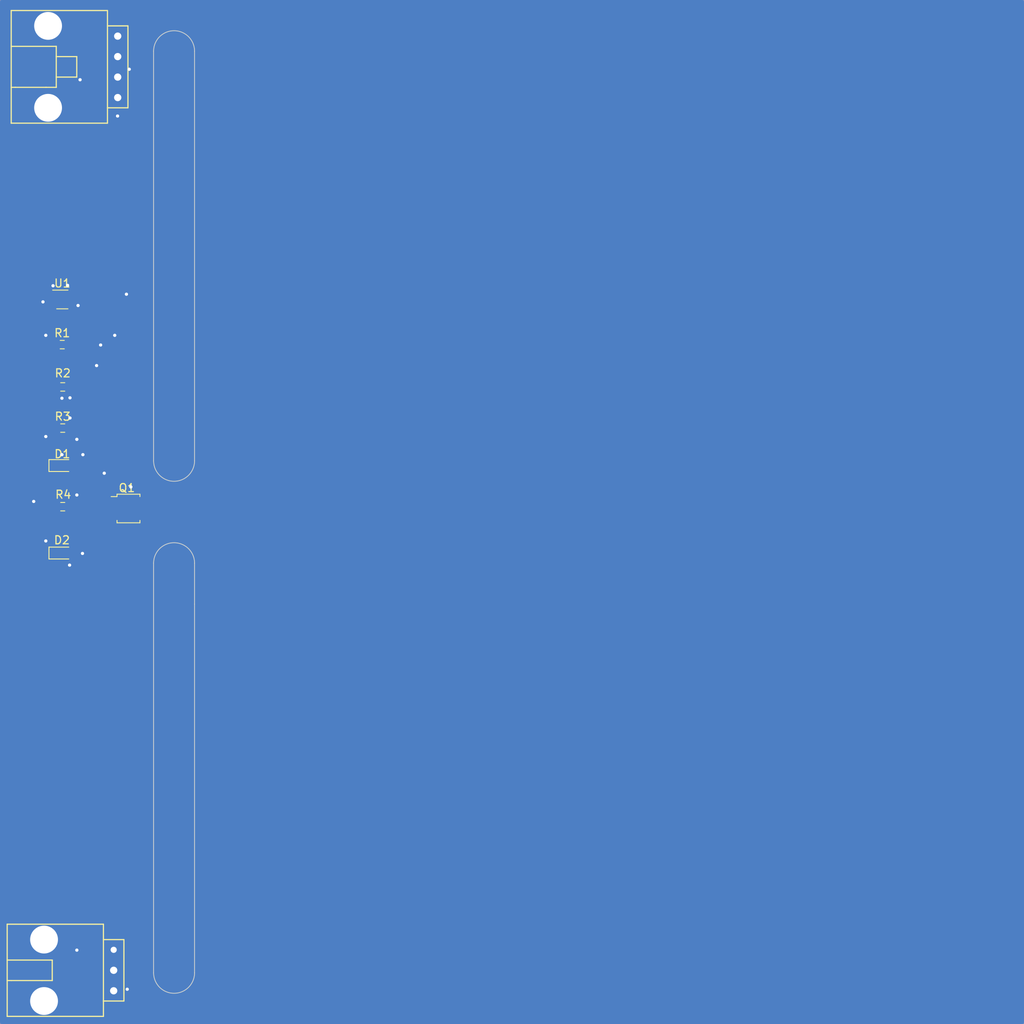
<source format=kicad_pcb>
(kicad_pcb (version 20221018) (generator pcbnew)
  (layers (0 "F.Cu" signal) (31 "B.Cu" signal) (34 "B.Paste" user) (35 "F.Paste" user) (36 "B.SilkS" user "B.Silkscreen") (37 "F.SilkS" user "F.Silkscreen") (38 "B.Mask" user) (39 "F.Mask" user) (44 "Edge.Cuts" user))
  (net 0 "")
  (net 1 "+3.3V")
  (net 2 "GND")
  (net 3 "+12V")
  (net 4 "Net-(D1-K)")
  (net 5 "Net-(D2-K)")
  (net 6 "Gate_Driving_Pin")
  (net 7 "/Heater_Trace")
  (net 8 "Temp_Sense")
  (footprint "MRDT_Connectors:MOLEX_SL_03_Horizontal" (layer "F.Cu") (at 85.219 133.04 90)
    (fp_text reference "Conn1" hide)
    (fp_text value "Molex_SL_03")
    (fp_line (start -3.175 -1.27) (end -3.175 -13.208) (stroke (width 0.15)) (layer "F.SilkS"))
    (fp_line (start -1.27 -1.27) (end -3.175 -1.27) (stroke (width 0.15)) (layer "F.SilkS"))
    (fp_line (start -1.27 1.27) (end -1.27 -1.27) (stroke (width 0.15)) (layer "F.SilkS"))
    (fp_line (start 1.27 -13.208) (end 1.27 -12.7) (stroke (width 0.15)) (layer "F.SilkS"))
    (fp_line (start 1.27 -8.89) (end 1.27 -12.7) (stroke (width 0.15)) (layer "F.SilkS"))
    (fp_line (start 1.27 -8.89) (end 1.27 -7.62) (stroke (width 0.15)) (layer "F.SilkS"))
    (fp_line (start 3.81 -13.208) (end 3.81 -7.62) (stroke (width 0.15)) (layer "F.SilkS"))
    (fp_line (start 3.81 -7.62) (end 1.27 -7.62) (stroke (width 0.15)) (layer "F.SilkS"))
    (fp_line (start 6.35 -1.27) (end 6.35 1.27) (stroke (width 0.15)) (layer "F.SilkS"))
    (fp_line (start 6.35 1.27) (end -1.27 1.27) (stroke (width 0.15)) (layer "F.SilkS"))
    (fp_line (start 8.255 -13.208) (end -3.175 -13.208) (stroke (width 0.15)) (layer "F.SilkS"))
    (fp_line (start 8.255 -1.27) (end -1.27 -1.27) (stroke (width 0.15)) (layer "F.SilkS"))
    (fp_line (start 8.255 -1.27) (end 8.255 -13.208) (stroke (width 0.15)) (layer "F.SilkS"))
    (pad "" np_thru_hole circle (at -1.27 -8.636 90) (size 3.45 3.45) (drill 3.45) (layers "*.Cu" "*.Mask"))
    (pad "" np_thru_hole circle (at 6.35 -8.636 90) (size 3.45 3.45) (drill 3.45) (layers "*.Cu" "*.Mask"))
    (pad "1" thru_hole circle (at 0 0 90) (size 1.524 1.524) (drill 0.9) (layers "*.Cu" "*.Mask") (net 1 "+3.3V"))
    (pad "2" thru_hole circle (at 2.54 0 90) (size 1.524 1.524) (drill 0.9) (layers "*.Cu" "*.Mask") (net 3 "+12V"))
    (pad "3" thru_hole circle (at 5.08 0 90) (size 1.524 1.524) (drill 0.762) (layers "*.Cu" "*.Mask") (net 3 "+12V"))
  )
  (footprint "Resistor_SMD:R_0603_1608Metric_Pad0.98x0.95mm_HandSolder" (layer "F.Cu") (at 78.8375 52.9)
    (fp_text reference "R1" (at 0 -1.43) (layer "F.SilkS"))
    (fp_text value "2")
    (fp_line (start -0.254724 -0.5225) (end 0.254724 -0.5225) (stroke (width 0.12)) (layer "F.SilkS"))
    (fp_line (start -0.254724 0.5225) (end 0.254724 0.5225) (stroke (width 0.12)) (layer "F.SilkS"))
    (pad "1" smd roundrect (at -0.9125 0) (size 0.975 0.95) (layers "F.Cu" "F.Paste" "F.Mask") (net 3 "+12V"))
    (pad "2" smd roundrect (at 0.9125 0) (size 0.975 0.95) (layers "F.Cu" "F.Paste" "F.Mask") (net 7 "/Heater_Trace"))
  )
  (footprint "Package_TO_SOT_SMD:LFPAK33" (layer "F.Cu") (at 86.855 73.226)
    (fp_text reference "Q1" (at 0 -2.55) (layer "F.SilkS"))
    (fp_text value "BUK7M6R3-40EX")
    (fp_line (start -1.95 -1.475) (end -1.22 -1.475) (stroke (width 0.12)) (layer "F.SilkS"))
    (fp_line (start -1.22 -1.77) (end -1.22 -1.475) (stroke (width 0.12)) (layer "F.SilkS"))
    (fp_line (start -1.22 1.475) (end -1.22 1.77) (stroke (width 0.12)) (layer "F.SilkS"))
    (fp_line (start -1.22 1.77) (end 1.62 1.77) (stroke (width 0.12)) (layer "F.SilkS"))
    (fp_line (start 1.62 -1.77) (end -1.22 -1.77) (stroke (width 0.12)) (layer "F.SilkS"))
    (fp_line (start 1.62 -1.475) (end 1.62 -1.77) (stroke (width 0.12)) (layer "F.SilkS"))
    (fp_line (start 1.62 1.77) (end 1.62 1.475) (stroke (width 0.12)) (layer "F.SilkS"))
    (pad "1" smd rect (at -1.535 -0.975) (size 0.83 0.4) (layers "F.Cu" "F.Mask") (net 2 "GND"))
    (pad "2" smd rect (at -1.535 -0.325) (size 0.83 0.4) (layers "F.Cu" "F.Mask") (net 2 "GND"))
    (pad "3" smd rect (at -1.535 0.325) (size 0.83 0.4) (layers "F.Cu" "F.Mask") (net 2 "GND"))
    (pad "4" smd rect (at -1.535 0.975) (size 0.83 0.4) (layers "F.Cu" "F.Mask") (net 6 "Gate_Driving_Pin"))
    (pad "5" smd custom (at 0.405 0) (size 1.85 2.25) (layers "F.Cu" "F.Mask") (net 7 "/Heater_Trace") (options (clearance outline) (anchor rect)) (primitives (gr_poly (pts (xy 1.545 -0.775) (xy 0.925 -0.775) (xy 0.925 -1.175) (xy 1.545 -1.175)) (width 0) (fill yes)) (gr_poly (pts (xy 1.545 -0.125) (xy 0.925 -0.125) (xy 0.925 -0.525) (xy 1.545 -0.525)) (width 0) (fill yes)) (gr_poly (pts (xy 1.545 0.525) (xy 0.925 0.525) (xy 0.925 0.125) (xy 1.545 0.125)) (width 0) (fill yes)) (gr_poly (pts (xy 1.545 1.175) (xy 0.925 1.175) (xy 0.925 0.775) (xy 1.545 0.775)) (width 0) (fill yes))))
  )
  (footprint "Resistor_SMD:R_0603_1608Metric_Pad0.98x0.95mm_HandSolder" (layer "F.Cu") (at 78.9 58.15)
    (fp_text reference "R2" (at 0 -1.7) (layer "F.SilkS"))
    (fp_text value "300")
    (fp_line (start -0.254724 -0.5225) (end 0.254724 -0.5225) (stroke (width 0.12)) (layer "F.SilkS"))
    (fp_line (start -0.254724 0.5225) (end 0.254724 0.5225) (stroke (width 0.12)) (layer "F.SilkS"))
    (pad "1" smd roundrect (at -0.9125 0) (size 0.975 0.95) (layers "F.Cu" "F.Paste" "F.Mask") (net 4 "Net-(D1-K)"))
    (pad "2" smd roundrect (at 0.9125 0) (size 0.975 0.95) (layers "F.Cu" "F.Paste" "F.Mask") (net 2 "GND"))
  )
  (footprint "Resistor_SMD:R_0603_1608Metric_Pad0.98x0.95mm_HandSolder" (layer "F.Cu") (at 78.9 73)
    (fp_text reference "R4" (at 0.0625 -1.5) (layer "F.SilkS"))
    (fp_text value "4.7k")
    (fp_line (start -0.254724 -0.5225) (end 0.254724 -0.5225) (stroke (width 0.12)) (layer "F.SilkS"))
    (fp_line (start -0.254724 0.5225) (end 0.254724 0.5225) (stroke (width 0.12)) (layer "F.SilkS"))
    (pad "1" smd roundrect (at -0.9125 0) (size 0.975 0.95) (layers "F.Cu" "F.Paste" "F.Mask") (net 6 "Gate_Driving_Pin"))
    (pad "2" smd roundrect (at 0.9125 0) (size 0.975 0.95) (layers "F.Cu" "F.Paste" "F.Mask") (net 2 "GND"))
  )
  (footprint "LED_SMD:LED_0603_1608Metric_Pad1.05x0.95mm_HandSolder" (layer "F.Cu") (at 78.85 67.9)
    (fp_text reference "D1" (at 0 -1.43) (layer "F.SilkS"))
    (fp_text value "Green")
    (fp_line (start -1.66 -0.735) (end -1.66 0.735) (stroke (width 0.12)) (layer "F.SilkS"))
    (fp_line (start -1.66 0.735) (end 0.8 0.735) (stroke (width 0.12)) (layer "F.SilkS"))
    (fp_line (start 0.8 -0.735) (end -1.66 -0.735) (stroke (width 0.12)) (layer "F.SilkS"))
    (pad "1" smd roundrect (at -0.875 0) (size 1.05 0.95) (layers "F.Cu" "F.Paste" "F.Mask") (net 4 "Net-(D1-K)"))
    (pad "2" smd roundrect (at 0.875 0) (size 1.05 0.95) (layers "F.Cu" "F.Paste" "F.Mask") (net 1 "+3.3V"))
  )
  (footprint "Resistor_SMD:R_0603_1608Metric_Pad0.98x0.95mm_HandSolder" (layer "F.Cu") (at 78.9 63.25)
    (fp_text reference "R3" (at 0 -1.43) (layer "F.SilkS"))
    (fp_text value "1k")
    (fp_line (start -0.254724 -0.5225) (end 0.254724 -0.5225) (stroke (width 0.12)) (layer "F.SilkS"))
    (fp_line (start -0.254724 0.5225) (end 0.254724 0.5225) (stroke (width 0.12)) (layer "F.SilkS"))
    (pad "1" smd roundrect (at -0.9125 0) (size 0.975 0.95) (layers "F.Cu" "F.Paste" "F.Mask") (net 5 "Net-(D2-K)"))
    (pad "2" smd roundrect (at 0.9125 0) (size 0.975 0.95) (layers "F.Cu" "F.Paste" "F.Mask") (net 2 "GND"))
  )
  (footprint "LED_SMD:LED_0603_1608Metric_Pad1.05x0.95mm_HandSolder" (layer "F.Cu") (at 78.85 78.75)
    (fp_text reference "D2" (at -0.05 -1.6) (layer "F.SilkS"))
    (fp_text value "Green")
    (fp_line (start -1.66 -0.735) (end -1.66 0.735) (stroke (width 0.12)) (layer "F.SilkS"))
    (fp_line (start -1.66 0.735) (end 0.8 0.735) (stroke (width 0.12)) (layer "F.SilkS"))
    (fp_line (start 0.8 -0.735) (end -1.66 -0.735) (stroke (width 0.12)) (layer "F.SilkS"))
    (pad "1" smd roundrect (at -0.875 0) (size 1.05 0.95) (layers "F.Cu" "F.Paste" "F.Mask") (net 5 "Net-(D2-K)"))
    (pad "2" smd roundrect (at 0.875 0) (size 1.05 0.95) (layers "F.Cu" "F.Paste" "F.Mask") (net 3 "+12V"))
  )
  (footprint "Package_TO_SOT_SMD:SOT-353_SC-70-5" (layer "F.Cu") (at 78.85 47.3)
    (fp_text reference "U1" (at 0 -2) (layer "F.SilkS"))
    (fp_text value "LMT85DCK")
    (fp_line (start -0.7 1.16) (end 0.7 1.16) (stroke (width 0.12)) (layer "F.SilkS"))
    (fp_line (start 0.7 -1.16) (end -1.2 -1.16) (stroke (width 0.12)) (layer "F.SilkS"))
    (pad "1" smd rect (at -0.95 -0.65) (size 0.65 0.4) (layers "F.Cu" "F.Paste" "F.Mask") (net 1 "+3.3V"))
    (pad "2" smd rect (at -0.95 0) (size 0.65 0.4) (layers "F.Cu" "F.Paste" "F.Mask") (net 2 "GND"))
    (pad "3" smd rect (at -0.95 0.65) (size 0.65 0.4) (layers "F.Cu" "F.Paste" "F.Mask") (net 8 "Temp_Sense"))
    (pad "4" smd rect (at 0.95 0.65) (size 0.65 0.4) (layers "F.Cu" "F.Paste" "F.Mask") (net 1 "+3.3V"))
    (pad "5" smd rect (at 0.95 -0.65) (size 0.65 0.4) (layers "F.Cu" "F.Paste" "F.Mask") (net 2 "GND"))
  )
  (footprint "MRDT_Connectors:MOLEX_SL_04_Horizontal" (layer "F.Cu") (at 85.719 22.26 90)
    (fp_text reference "Conn2" hide)
    (fp_text value "Molex_SL_04")
    (fp_line (start -3.175 -13.208) (end 10.795 -13.208) (stroke (width 0.15)) (layer "F.SilkS"))
    (fp_line (start -3.175 -1.27) (end -3.175 -13.208) (stroke (width 0.15)) (layer "F.SilkS"))
    (fp_line (start -1.27 -1.27) (end -3.175 -1.27) (stroke (width 0.15)) (layer "F.SilkS"))
    (fp_line (start -1.27 -1.27) (end 10.795 -1.27) (stroke (width 0.15)) (layer "F.SilkS"))
    (fp_line (start -1.27 1.27) (end -1.27 -1.27) (stroke (width 0.15)) (layer "F.SilkS"))
    (fp_line (start 1.27 -13.208) (end 1.27 -12.7) (stroke (width 0.15)) (layer "F.SilkS"))
    (fp_line (start 1.27 -8.89) (end 1.27 -12.7) (stroke (width 0.15)) (layer "F.SilkS"))
    (fp_line (start 1.27 -8.89) (end 1.27 -7.62) (stroke (width 0.15)) (layer "F.SilkS"))
    (fp_line (start 1.27 -7.62) (end 6.35 -7.62) (stroke (width 0.15)) (layer "F.SilkS"))
    (fp_line (start 2.54 -7.62) (end 2.54 -5.08) (stroke (width 0.15)) (layer "F.SilkS"))
    (fp_line (start 5.08 -7.62) (end 5.08 -5.08) (stroke (width 0.15)) (layer "F.SilkS"))
    (fp_line (start 5.08 -5.08) (end 2.54 -5.08) (stroke (width 0.15)) (layer "F.SilkS"))
    (fp_line (start 6.35 -13.208) (end 6.35 -7.62) (stroke (width 0.15)) (layer "F.SilkS"))
    (fp_line (start 8.89 -1.27) (end 8.89 1.27) (stroke (width 0.15)) (layer "F.SilkS"))
    (fp_line (start 8.89 1.27) (end -1.27 1.27) (stroke (width 0.15)) (layer "F.SilkS"))
    (fp_line (start 10.795 -1.27) (end 10.795 -13.208) (stroke (width 0.15)) (layer "F.SilkS"))
    (pad "" np_thru_hole circle (at -1.27 -8.636 90) (size 3.45 3.45) (drill 3.45) (layers "*.Cu" "*.Mask"))
    (pad "" np_thru_hole circle (at 8.89 -8.636 90) (size 3.45 3.45) (drill 3.45) (layers "*.Cu" "*.Mask"))
    (pad "1" thru_hole circle (at 0 0 90) (size 1.524 1.524) (drill 0.9) (layers "*.Cu" "*.Mask") (net 6 "Gate_Driving_Pin"))
    (pad "2" thru_hole circle (at 2.54 0 90) (size 1.524 1.524) (drill 0.9) (layers "*.Cu" "*.Mask") (net 8 "Temp_Sense"))
    (pad "3" thru_hole circle (at 5.08 0 90) (size 1.524 1.524) (drill 0.9) (layers "*.Cu" "*.Mask") (net 2 "GND"))
    (pad "4" thru_hole circle (at 7.62 0 90) (size 1.524 1.524) (drill 0.9) (layers "*.Cu" "*.Mask") (net 2 "GND"))
  )
  (gr_arc (start 90.17 80.01) (mid 92.71 77.47) (end 95.25 80.01) (stroke (width 0.1)) (layer "Edge.Cuts"))
  (gr_line (start 95.25 80.01) (end 95.25 85.09) (stroke (width 0.1)) (layer "Edge.Cuts"))
  (gr_arc (start 95.25 130.81) (mid 92.71 133.35) (end 90.17 130.81) (stroke (width 0.1)) (layer "Edge.Cuts"))
  (gr_line (start 90.17 130.81) (end 90.17 80.01) (stroke (width 0.1)) (layer "Edge.Cuts"))
  (gr_arc (start 95.25 67.31) (mid 92.71 69.85) (end 90.17 67.31) (stroke (width 0.1)) (layer "Edge.Cuts"))
  (gr_line (start 95.25 16.51) (end 95.25 67.31) (stroke (width 0.1)) (layer "Edge.Cuts"))
  (gr_line (start 90.17 16.51) (end 90.17 67.31) (stroke (width 0.1)) (layer "Edge.Cuts"))
  (gr_line (start 95.25 85.09) (end 95.25 130.81) (stroke (width 0.1)) (layer "Edge.Cuts"))
  (gr_arc (start 90.17 16.51) (mid 92.71 13.97) (end 95.25 16.51) (stroke (width 0.1)) (layer "Edge.Cuts"))
  (segment (start 75.775 47.320405) (end 75.775 48.175) (width 0.15) (layer "F.Cu") (net 1))
  (segment (start 83.1 67.9) (end 79.725 67.9) (width 0.15) (layer "F.Cu") (net 1))
  (segment (start 76.445405 46.65) (end 75.775 47.320405) (width 0.15) (layer "F.Cu") (net 1))
  (segment (start 81.4 67.15) (end 81.15 67.4) (width 0.15) (layer "F.Cu") (net 1))
  (segment (start 79.8 47.95) (end 80.7 47.95) (width 0.15) (layer "F.Cu") (net 1))
  (segment (start 81.15 67.4) (end 80.225 67.4) (width 0.15) (layer "F.Cu") (net 1))
  (segment (start 75.775 48.175) (end 76.025 48.425) (width 0.15) (layer "F.Cu") (net 1))
  (segment (start 80.7 47.95) (end 80.8 48.05) (width 0.15) (layer "F.Cu") (net 1))
  (segment (start 84.05 68.85) (end 83.1 67.9) (width 0.15) (layer "F.Cu") (net 1))
  (segment (start 80.225 67.4) (end 79.725 67.9) (width 0.15) (layer "F.Cu") (net 1))
  (segment (start 85.219 133.04) (end 86.71 133.04) (width 0.15) (layer "F.Cu") (net 1))
  (segment (start 81.4 66.55) (end 81.4 67.15) (width 0.15) (layer "F.Cu") (net 1))
  (segment (start 86.71 133.04) (end 86.9 132.85) (width 0.15) (layer "F.Cu") (net 1))
  (segment (start 77.9 46.65) (end 76.445405 46.65) (width 0.15) (layer "F.Cu") (net 1))
  (segment (start 79.325 48.425) (end 79.8 47.95) (width 0.15) (layer "F.Cu") (net 1))
  (segment (start 76.025 48.425) (end 79.325 48.425) (width 0.15) (layer "F.Cu") (net 1))
  (via (at 86.9 132.85) (size 0.8) (drill 0.4) (layers "F.Cu" "B.Cu") (net 1))
  (via (at 84.05 68.85) (size 0.8) (drill 0.4) (layers "F.Cu" "B.Cu") (net 1))
  (via (at 80.8 48.05) (size 0.8) (drill 0.4) (layers "F.Cu" "B.Cu") (net 1))
  (via (at 81.4 66.55) (size 0.8) (drill 0.4) (layers "F.Cu" "B.Cu") (net 1))
  (segment (start 84.05 75.15) (end 84.05 68.85) (width 0.15) (layer "B.Cu") (net 1))
  (segment (start 84.45 75.55) (end 84.05 75.15) (width 0.15) (layer "B.Cu") (net 1))
  (segment (start 81.4 48.65) (end 81.4 66.55) (width 0.15) (layer "B.Cu") (net 1))
  (segment (start 84.55 75.55) (end 84.45 75.55) (width 0.15) (layer "B.Cu") (net 1))
  (segment (start 86.35 75.9) (end 86 75.55) (width 0.15) (layer "B.Cu") (net 1))
  (segment (start 86 75.55) (end 84.55 75.55) (width 0.15) (layer "B.Cu") (net 1))
  (segment (start 86.9 132.85) (end 86.9 76.45) (width 0.15) (layer "B.Cu") (net 1))
  (segment (start 86.9 76.45) (end 86.35 75.9) (width 0.15) (layer "B.Cu") (net 1))
  (segment (start 80.8 48.05) (end 81.4 48.65) (width 0.15) (layer "B.Cu") (net 1))
  (segment (start 79.9115 72.901) (end 85.32 72.901) (width 0.254) (layer "F.Cu") (net 2))
  (segment (start 79.8 62) (end 79.8 63.2375) (width 0.254) (layer "F.Cu") (net 2))
  (segment (start 79.8125 73) (end 79.8125 72.3875) (width 0.254) (layer "F.Cu") (net 2))
  (segment (start 85.719 14.64) (end 85.719 17.18) (width 0.254) (layer "F.Cu") (net 2))
  (segment (start 79.8125 59.4875) (end 79.8 59.5) (width 0.254) (layer "F.Cu") (net 2))
  (segment (start 79.8125 58.15) (end 79.8125 59.4875) (width 0.254) (layer "F.Cu") (net 2))
  (segment (start 79.8 46.65) (end 79.15 47.3) (width 0.254) (layer "F.Cu") (net 2))
  (segment (start 79.15 47.3) (end 77.9 47.3) (width 0.254) (layer "F.Cu") (net 2))
  (segment (start 86.8 46.65) (end 79.8 46.65) (width 0.254) (layer "F.Cu") (net 2))
  (segment (start 85.719 17.319) (end 87.15 18.75) (width 0.254) (layer "F.Cu") (net 2))
  (segment (start 80.65 64.0875) (end 79.8125 63.25) (width 0.254) (layer "F.Cu") (net 2))
  (segment (start 79.8 63.2375) (end 79.8125 63.25) (width 0.254) (layer "F.Cu") (net 2))
  (segment (start 85.719 17.18) (end 85.719 17.319) (width 0.254) (layer "F.Cu") (net 2))
  (segment (start 85.32 72.251) (end 85.32 72.901) (width 0.254) (layer "F.Cu") (net 2))
  (segment (start 79.8125 72.3875) (end 80.65 71.55) (width 0.254) (layer "F.Cu") (net 2))
  (segment (start 85.32 73.551) (end 85.32 72.901) (width 0.254) (layer "F.Cu") (net 2))
  (segment (start 80.65 64.65) (end 80.65 64.0875) (width 0.254) (layer "F.Cu") (net 2))
  (segment (start 79.8125 73) (end 79.9115 72.901) (width 0.254) (layer "F.Cu") (net 2))
  (via (at 87.15 18.75) (size 0.8) (drill 0.4) (layers "F.Cu" "B.Cu") (net 2))
  (via (at 86.8 46.65) (size 0.8) (drill 0.4) (layers "F.Cu" "B.Cu") (net 2))
  (via (at 80.65 71.55) (size 0.8) (drill 0.4) (layers "F.Cu" "B.Cu") (net 2))
  (via (at 79.8 59.5) (size 0.8) (drill 0.4) (layers "F.Cu" "B.Cu") (net 2))
  (via (at 79.8 62) (size 0.8) (drill 0.4) (layers "F.Cu" "B.Cu") (net 2))
  (via (at 80.65 64.65) (size 0.8) (drill 0.4) (layers "F.Cu" "B.Cu") (net 2))
  (segment (start 79.8 59.5) (end 79.8 62) (width 0.254) (layer "B.Cu") (net 2))
  (segment (start 87.15 18.75) (end 87.15 46.3) (width 0.254) (layer "B.Cu") (net 2))
  (segment (start 80.65 71.55) (end 80.65 64.65) (width 0.254) (layer "B.Cu") (net 2))
  (segment (start 87.15 46.3) (end 86.8 46.65) (width 0.254) (layer "B.Cu") (net 2))
  (segment (start 81.6 54) (end 79.025 54) (width 0.5) (layer "F.Cu") (net 3))
  (segment (start 79.725 80.225) (end 79.75 80.25) (width 0.5) (layer "F.Cu") (net 3))
  (segment (start 79.725 78.75) (end 81.3 78.75) (width 0.5) (layer "F.Cu") (net 3))
  (segment (start 85.219 130.5) (end 85.219 127.96) (width 0.5) (layer "F.Cu") (net 3))
  (segment (start 83.1 55.5) (end 81.6 54) (width 0.5) (layer "F.Cu") (net 3))
  (segment (start 79.025 54) (end 77.925 52.9) (width 0.5) (layer "F.Cu") (net 3))
  (segment (start 79.725 78.75) (end 79.725 80.225) (width 0.5) (layer "F.Cu") (net 3))
  (segment (start 80.65 128) (end 85.179 128) (width 0.5) (layer "F.Cu") (net 3))
  (segment (start 85.179 128) (end 85.219 127.96) (width 0.5) (layer "F.Cu") (net 3))
  (segment (start 81.3 78.75) (end 81.35 78.8) (width 0.5) (layer "F.Cu") (net 3))
  (via (at 81.35 78.8) (size 0.8) (drill 0.4) (layers "F.Cu" "B.Cu") (net 3))
  (via (at 83.1 55.5) (size 0.8) (drill 0.4) (layers "F.Cu" "B.Cu") (net 3))
  (via (at 79.75 80.25) (size 0.8) (drill 0.4) (layers "F.Cu" "B.Cu") (net 3))
  (via (at 80.65 128) (size 0.8) (drill 0.4) (layers "F.Cu" "B.Cu") (net 3))
  (segment (start 79.75 127.1) (end 80.65 128) (width 0.5) (layer "B.Cu") (net 3))
  (segment (start 81.35 78.8) (end 83.1 77.05) (width 0.5) (layer "B.Cu") (net 3))
  (segment (start 83.1 77.05) (end 83.1 55.5) (width 0.5) (layer "B.Cu") (net 3))
  (segment (start 79.75 80.25) (end 79.75 127.1) (width 0.5) (layer "B.Cu") (net 3))
  (segment (start 77.975 67.9) (end 77.975 67.375) (width 0.254) (layer "F.Cu") (net 4))
  (segment (start 77.975 67.375) (end 78.8 66.55) (width 0.254) (layer "F.Cu") (net 4))
  (segment (start 78.8 58.9625) (end 77.9875 58.15) (width 0.254) (layer "F.Cu") (net 4))
  (segment (start 78.8 59.55) (end 78.8 58.9625) (width 0.254) (layer "F.Cu") (net 4))
  (via (at 78.8 66.55) (size 0.8) (drill 0.4) (layers "F.Cu" "B.Cu") (net 4))
  (via (at 78.8 59.55) (size 0.8) (drill 0.4) (layers "F.Cu" "B.Cu") (net 4))
  (segment (start 78.8 66.55) (end 78.8 59.55) (width 0.254) (layer "B.Cu") (net 4))
  (segment (start 77.975 78.425) (end 76.8 77.25) (width 0.254) (layer "F.Cu") (net 5))
  (segment (start 76.9375 64.3) (end 77.9875 63.25) (width 0.254) (layer "F.Cu") (net 5))
  (segment (start 77.975 78.75) (end 77.975 78.425) (width 0.254) (layer "F.Cu") (net 5))
  (segment (start 76.8 64.3) (end 76.9375 64.3) (width 0.254) (layer "F.Cu") (net 5))
  (via (at 76.8 64.3) (size 0.8) (drill 0.4) (layers "F.Cu" "B.Cu") (net 5))
  (via (at 76.8 77.25) (size 0.8) (drill 0.4) (layers "F.Cu" "B.Cu") (net 5))
  (segment (start 76.8 77.25) (end 76.8 64.3) (width 0.254) (layer "B.Cu") (net 5))
  (segment (start 75.3 72.35) (end 75.95 73) (width 0.25) (layer "F.Cu") (net 6))
  (segment (start 85.35 51.75) (end 77.792005 51.75) (width 0.25) (layer "F.Cu") (net 6))
  (segment (start 77.9875 73) (end 79.1885 74.201) (width 0.254) (layer "F.Cu") (net 6))
  (segment (start 79.1885 74.201) (end 85.32 74.201) (width 0.254) (layer "F.Cu") (net 6))
  (segment (start 75.95 73) (end 77.9875 73) (width 0.25) (layer "F.Cu") (net 6))
  (segment (start 77.792005 51.75) (end 76.8 51.75) (width 0.25) (layer "F.Cu") (net 6))
  (segment (start 85.719 22.26) (end 85.719 24.531) (width 0.25) (layer "F.Cu") (net 6))
  (segment (start 85.719 24.531) (end 85.7 24.55) (width 0.25) (layer "F.Cu") (net 6))
  (via (at 85.35 51.75) (size 0.8) (drill 0.4) (layers "F.Cu" "B.Cu") (net 6))
  (via (at 85.7 24.55) (size 0.8) (drill 0.4) (layers "F.Cu" "B.Cu") (net 6))
  (via (at 75.3 72.35) (size 0.8) (drill 0.4) (layers "F.Cu" "B.Cu") (net 6))
  (via (at 76.8 51.75) (size 0.8) (drill 0.4) (layers "F.Cu" "B.Cu") (net 6))
  (segment (start 76.8 51.75) (end 75.3 53.25) (width 0.25) (layer "B.Cu") (net 6))
  (segment (start 85.7 24.55) (end 85.7 51.4) (width 0.25) (layer "B.Cu") (net 6))
  (segment (start 75.3 53.25) (end 75.3 72.35) (width 0.25) (layer "B.Cu") (net 6))
  (segment (start 85.7 51.4) (end 85.35 51.75) (width 0.25) (layer "B.Cu") (net 6))
  (segment (start 102.8 40.1) (end 102.8 47.35) (width 0.5) (layer "F.Cu") (net 7))
  (segment (start 104.35 110.55) (end 103.1 111.8) (width 0.5) (layer "F.Cu") (net 7))
  (segment (start 193.55 84.7) (end 193.55 91.95) (width 0.5) (layer "F.Cu") (net 7))
  (segment (start 193.5 39.1) (end 103.8 39.1) (width 0.5) (layer "F.Cu") (net 7))
  (segment (start 102.6 134.7) (end 104 136.1) (width 0.5) (layer "F.Cu") (net 7))
  (segment (start 103.1 111.8) (end 103.1 118.4) (width 0.5) (layer "F.Cu") (net 7))
  (segment (start 192 127.75) (end 103.8 127.75) (width 0.5) (layer "F.Cu") (net 7))
  (segment (start 103.8 101.6) (end 192.05 101.6) (width 0.5) (layer "F.Cu") (net 7))
  (segment (start 97.474 73.226) (end 99.9 70.8) (width 0.5) (layer "F.Cu") (net 7))
  (segment (start 103.1 118.4) (end 104.2 119.5) (width 0.5) (layer "F.Cu") (net 7))
  (segment (start 103.4 22.3) (end 103.4 29.35) (width 0.5) (layer "F.Cu") (net 7))
  (segment (start 102.6 94) (end 102.6 100.4) (width 0.5) (layer "F.Cu") (net 7))
  (segment (start 103.8 57) (end 102.9 57.9) (width 0.5) (layer "F.Cu") (net 7))
  (segment (start 193.35 65.9) (end 193.7 66.25) (width 0.5) (layer "F.Cu") (net 7))
  (segment (start 103.4 29.35) (end 104.25 30.2) (width 0.5) (layer "F.Cu") (net 7))
  (segment (start 193.3 57) (end 103.8 57) (width 0.5) (layer "F.Cu") (net 7))
  (segment (start 102.9 57.9) (end 102.9 65.15) (width 0.5) (layer "F.Cu") (net 7))
  (segment (start 192.05 101.6) (end 193.4 102.95) (width 0.5) (layer "F.Cu") (net 7))
  (segment (start 103.8 39.1) (end 102.8 40.1) (width 0.5) (layer "F.Cu") (net 7))
  (segment (start 194.15 20.7) (end 193.45 21.4) (width 0.5) (layer "F.Cu") (net 7))
  (segment (start 104.3 21.4) (end 103.4 22.3) (width 0.5) (layer "F.Cu") (net 7))
  (segment (start 87.35 73.136) (end 87.26 73.226) (width 0.5) (layer "F.Cu") (net 7))
  (segment (start 87.35 70.55) (end 87.35 73.136) (width 0.5) (layer "F.Cu") (net 7))
  (segment (start 102.9 65.15) (end 103.65 65.9) (width 0.5) (layer "F.Cu") (net 7))
  (segment (start 193.4 109.35) (end 192.2 110.55) (width 0.5) (layer "F.Cu") (net 7))
  (segment (start 193.7 66.25) (end 193.7 74.15) (width 0.5) (layer "F.Cu") (net 7))
  (segment (start 104 136.1) (end 190.15 136.1) (width 0.5) (layer "F.Cu") (net 7))
  (segment (start 193.7 74.15) (end 193.05 74.8) (width 0.5) (layer "F.Cu") (net 7))
  (segment (start 194.05 48.9) (end 194.05 56.25) (width 0.5) (layer "F.Cu") (net 7))
  (segment (start 193.95 38.65) (end 193.5 39.1) (width 0.5) (layer "F.Cu") (net 7))
  (segment (start 102.6 100.4) (end 103.8 101.6) (width 0.5) (layer "F.Cu") (net 7))
  (segment (start 102.6 128.95) (end 102.6 134.7) (width 0.5) (layer "F.Cu") (net 7))
  (segment (start 192.9 92.6) (end 104 92.6) (width 0.5) (layer "F.Cu") (net 7))
  (segment (start 102.9 75.75) (end 102.9 82.65) (width 0.5) (layer "F.Cu") (net 7))
  (segment (start 99.9 14.05) (end 101.4 12.55) (width 0.5) (layer "F.Cu") (net 7))
  (segment (start 102.8 47.35) (end 103.55 48.1) (width 0.5) (layer "F.Cu") (net 7))
  (segment (start 103.8 127.75) (end 102.6 128.95) (width 0.5) (layer "F.Cu") (net 7))
  (segment (start 104.2 119.5) (end 191.95 119.5) (width 0.5) (layer "F.Cu") (net 7))
  (segment (start 193.25 48.1) (end 194.05 48.9) (width 0.5) (layer "F.Cu") (net 7))
  (segment (start 193.45 21.4) (end 104.3 21.4) (width 0.5) (layer "F.Cu") (net 7))
  (segment (start 83.55 52.9) (end 83.6 52.95) (width 0.5) (layer "F.Cu") (net 7))
  (segment (start 193.95 30.5) (end 193.95 38.65) (width 0.5) (layer "F.Cu") (net 7))
  (segment (start 104 92.6) (end 102.6 94) (width 0.5) (layer "F.Cu") (net 7))
  (segment (start 193.4 126.35) (end 192 127.75) (width 0.5) (layer "F.Cu") (net 7))
  (segment (start 87.26 73.226) (end 97.474 73.226) (width 0.5) (layer "F.Cu") (net 7))
  (segment (start 101.4 12.55) (end 193.55 12.55) (width 0.5) (layer "F.Cu") (net 7))
  (segment (start 192.55 83.7) (end 193.55 84.7) (width 0.5) (layer "F.Cu") (net 7))
  (segment (start 193.05 74.8) (end 103.85 74.8) (width 0.5) (layer "F.Cu") (net 7))
  (segment (start 102.9 82.65) (end 103.95 83.7) (width 0.5) (layer "F.Cu") (net 7))
  (segment (start 103.65 65.9) (end 193.35 65.9) (width 0.5) (layer "F.Cu") (net 7))
  (segment (start 193.65 30.2) (end 193.95 30.5) (width 0.5) (layer "F.Cu") (net 7))
  (segment (start 191.95 119.5) (end 193.4 120.95) (width 0.5) (layer "F.Cu") (net 7))
  (segment (start 79.75 52.9) (end 83.55 52.9) (width 0.5) (layer "F.Cu") (net 7))
  (segment (start 103.95 83.7) (end 192.55 83.7) (width 0.5) (layer "F.Cu") (net 7))
  (segment (start 193.55 91.95) (end 192.9 92.6) (width 0.5) (layer "F.Cu") (net 7))
  (segment (start 192.2 110.55) (end 104.35 110.55) (width 0.5) (layer "F.Cu") (net 7))
  (segment (start 104.25 30.2) (end 193.65 30.2) (width 0.5) (layer "F.Cu") (net 7))
  (segment (start 193.4 120.95) (end 193.4 126.35) (width 0.5) (layer "F.Cu") (net 7))
  (segment (start 194.05 56.25) (end 193.3 57) (width 0.5) (layer "F.Cu") (net 7))
  (segment (start 194.15 13.15) (end 194.15 20.7) (width 0.5) (layer "F.Cu") (net 7))
  (segment (start 193.55 12.55) (end 194.15 13.15) (width 0.5) (layer "F.Cu") (net 7))
  (segment (start 103.85 74.8) (end 102.9 75.75) (width 0.5) (layer "F.Cu") (net 7))
  (segment (start 193.4 102.95) (end 193.4 109.35) (width 0.5) (layer "F.Cu") (net 7))
  (segment (start 99.9 70.8) (end 99.9 14.05) (width 0.5) (layer "F.Cu") (net 7))
  (segment (start 103.55 48.1) (end 193.25 48.1) (width 0.5) (layer "F.Cu") (net 7))
  (via (at 83.6 52.95) (size 0.8) (drill 0.4) (layers "F.Cu" "B.Cu") (net 7))
  (via (at 87.35 70.55) (size 0.8) (drill 0.4) (layers "F.Cu" "B.Cu") (net 7))
  (segment (start 87.35 56.55) (end 87.35 70.55) (width 0.5) (layer "B.Cu") (net 7))
  (segment (start 83.6 52.95) (end 83.75 52.95) (width 0.5) (layer "B.Cu") (net 7))
  (segment (start 83.75 52.95) (end 87.35 56.55) (width 0.5) (layer "B.Cu") (net 7))
  (segment (start 85.719 19.72) (end 81.38 19.72) (width 0.15) (layer "F.Cu") (net 8))
  (segment (start 77.75 45.55) (end 77.7 45.6) (width 0.15) (layer "F.Cu") (net 8))
  (segment (start 79.5 45.55) (end 77.75 45.55) (width 0.15) (layer "F.Cu") (net 8))
  (segment (start 76.45 47.6) (end 76.8 47.95) (width 0.15) (layer "F.Cu") (net 8))
  (segment (start 81.38 19.72) (end 81.05 20.05) (width 0.15) (layer "F.Cu") (net 8))
  (segment (start 76.8 47.95) (end 77.9 47.95) (width 0.15) (layer "F.Cu") (net 8))
  (via (at 77.7 45.6) (size 0.8) (drill 0.4) (layers "F.Cu" "B.Cu") (net 8))
  (via (at 81.05 20.05) (size 0.8) (drill 0.4) (layers "F.Cu" "B.Cu") (net 8))
  (via (at 79.5 45.55) (size 0.8) (drill 0.4) (layers "F.Cu" "B.Cu") (net 8))
  (via (at 76.45 47.6) (size 0.8) (drill 0.4) (layers "F.Cu" "B.Cu") (net 8))
  (segment (start 76.45 46.85) (end 76.45 47.6) (width 0.15) (layer "B.Cu") (net 8))
  (segment (start 79.5 21.6) (end 79.5 45.4) (width 0.15) (layer "B.Cu") (net 8))
  (segment (start 79.5 45.4) (end 79.5 45.55) (width 0.15) (layer "B.Cu") (net 8))
  (segment (start 77.7 45.6) (end 76.45 46.85) (width 0.15) (layer "B.Cu") (net 8))
  (segment (start 81.05 20.05) (end 79.5 21.6) (width 0.15) (layer "B.Cu") (net 8))
  (zone (net 1) (net_name "+3.3V") (layer "F.Cu") (priority 2) (connect_pads (clearance 0.5)) (min_thickness 0.25) (fill yes (thermal_gap 0.5) (thermal_bridge_width 0.5))
    (polygon (pts (xy 198.12 10.16) (xy 198.12 137.16) (xy 71.12 137.16) (xy 71.12 10.16)))
  )
  (zone (net 2) (net_name "GND") (layers "F&B.Cu") (connect_pads yes (clearance 0.5)) (min_thickness 0.25) (fill yes (thermal_gap 0.5) (thermal_bridge_width 0.5))
    (polygon (pts (xy 71.12 137.16) (xy 71.12 10.16) (xy 198.12 10.16) (xy 198.12 137.16)))
  )
)
</source>
